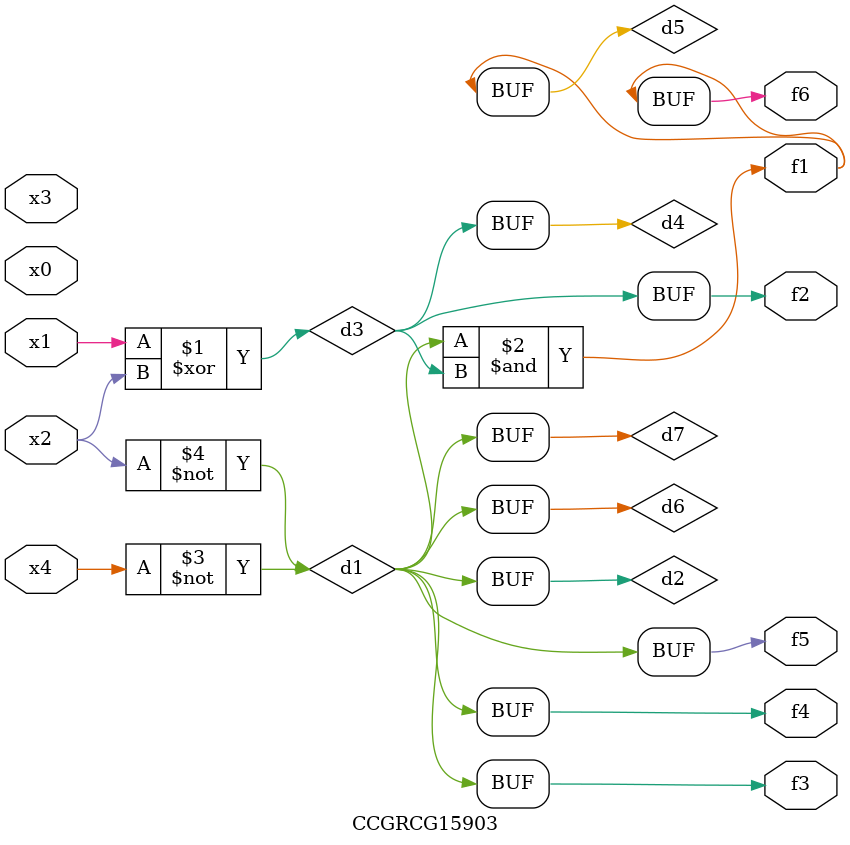
<source format=v>
module CCGRCG15903(
	input x0, x1, x2, x3, x4,
	output f1, f2, f3, f4, f5, f6
);

	wire d1, d2, d3, d4, d5, d6, d7;

	not (d1, x4);
	not (d2, x2);
	xor (d3, x1, x2);
	buf (d4, d3);
	and (d5, d1, d3);
	buf (d6, d1, d2);
	buf (d7, d2);
	assign f1 = d5;
	assign f2 = d4;
	assign f3 = d7;
	assign f4 = d7;
	assign f5 = d7;
	assign f6 = d5;
endmodule

</source>
